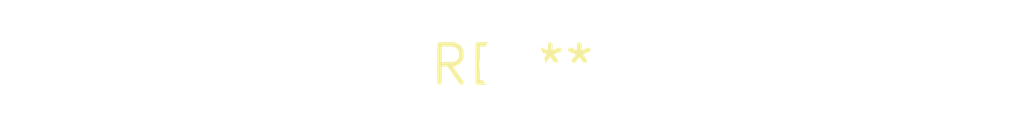
<source format=kicad_pcb>
(kicad_pcb (version 20240108) (generator pcbnew)
  (layers (0 "F.Cu" signal) (31 "B.Cu" signal) (34 "B.Paste" user) (35 "F.Paste" user) (36 "B.SilkS" user "B.Silkscreen") (37 "F.SilkS" user "F.Silkscreen") (38 "B.Mask" user) (39 "F.Mask" user) (44 "Edge.Cuts" user))
  (net 0 "")
  (footprint "MountingHole_2.2mm_M2_ISO14580" (layer "F.Cu") (at 0 0)
    (property "Reference" "REF**")
    (property "Value" "MountingHole_2.2mm_M2_ISO14580")
    (pad "" np_thru_hole circle (at 0 0) (size 2.2 2.2) (drill 2.2) (layers *.Cu *.Mask))
  )
)
</source>
